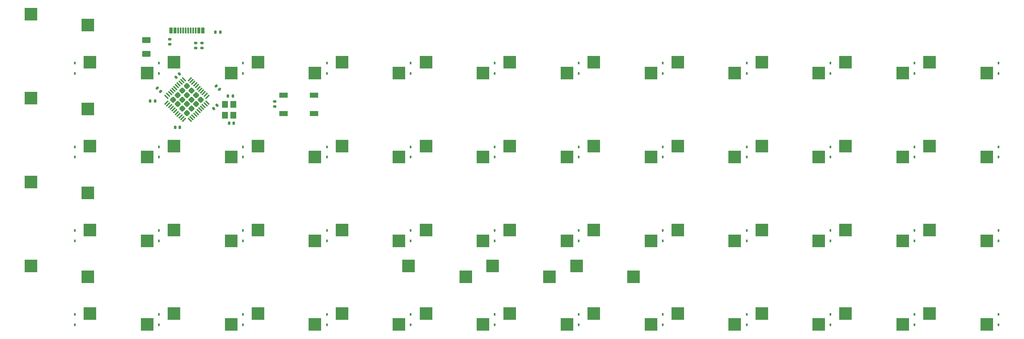
<source format=gbp>
G04 #@! TF.GenerationSoftware,KiCad,Pcbnew,(6.0.4-0)*
G04 #@! TF.CreationDate,2023-09-21T22:36:30-05:00*
G04 #@! TF.ProjectId,dogema48_cfx,646f6765-6d61-4343-985f-6366782e6b69,rev?*
G04 #@! TF.SameCoordinates,Original*
G04 #@! TF.FileFunction,Paste,Bot*
G04 #@! TF.FilePolarity,Positive*
%FSLAX45Y45*%
G04 Gerber Fmt 4.5, Leading zero omitted, Abs format (unit mm)*
G04 Created by KiCad (PCBNEW (6.0.4-0)) date 2023-09-21 22:36:30*
%MOMM*%
%LPD*%
G01*
G04 APERTURE LIST*
G04 Aperture macros list*
%AMRoundRect*
0 Rectangle with rounded corners*
0 $1 Rounding radius*
0 $2 $3 $4 $5 $6 $7 $8 $9 X,Y pos of 4 corners*
0 Add a 4 corners polygon primitive as box body*
4,1,4,$2,$3,$4,$5,$6,$7,$8,$9,$2,$3,0*
0 Add four circle primitives for the rounded corners*
1,1,$1+$1,$2,$3*
1,1,$1+$1,$4,$5*
1,1,$1+$1,$6,$7*
1,1,$1+$1,$8,$9*
0 Add four rect primitives between the rounded corners*
20,1,$1+$1,$2,$3,$4,$5,0*
20,1,$1+$1,$4,$5,$6,$7,0*
20,1,$1+$1,$6,$7,$8,$9,0*
20,1,$1+$1,$8,$9,$2,$3,0*%
G04 Aperture macros list end*
%ADD10R,2.600000X2.600000*%
%ADD11R,0.450000X0.600000*%
%ADD12RoundRect,0.140000X0.219203X0.021213X0.021213X0.219203X-0.219203X-0.021213X-0.021213X-0.219203X0*%
%ADD13RoundRect,0.135000X-0.185000X0.135000X-0.185000X-0.135000X0.185000X-0.135000X0.185000X0.135000X0*%
%ADD14RoundRect,0.140000X0.021213X-0.219203X0.219203X-0.021213X-0.021213X0.219203X-0.219203X0.021213X0*%
%ADD15RoundRect,0.250000X0.000000X0.388909X-0.388909X0.000000X0.000000X-0.388909X0.388909X0.000000X0*%
%ADD16RoundRect,0.062500X0.291682X0.380070X-0.380070X-0.291682X-0.291682X-0.380070X0.380070X0.291682X0*%
%ADD17RoundRect,0.062500X-0.291682X0.380070X-0.380070X0.291682X0.291682X-0.380070X0.380070X-0.291682X0*%
%ADD18RoundRect,0.140000X-0.140000X-0.170000X0.140000X-0.170000X0.140000X0.170000X-0.140000X0.170000X0*%
%ADD19R,1.200000X1.400000*%
%ADD20RoundRect,0.140000X-0.021213X0.219203X-0.219203X0.021213X0.021213X-0.219203X0.219203X-0.021213X0*%
%ADD21RoundRect,0.135000X0.135000X0.185000X-0.135000X0.185000X-0.135000X-0.185000X0.135000X-0.185000X0*%
%ADD22R,1.800000X1.100000*%
%ADD23RoundRect,0.135000X-0.135000X-0.185000X0.135000X-0.185000X0.135000X0.185000X-0.135000X0.185000X0*%
%ADD24RoundRect,0.140000X0.140000X0.170000X-0.140000X0.170000X-0.140000X-0.170000X0.140000X-0.170000X0*%
%ADD25R,0.300000X1.150000*%
%ADD26RoundRect,0.250000X-0.625000X0.375000X-0.625000X-0.375000X0.625000X-0.375000X0.625000X0.375000X0*%
%ADD27RoundRect,0.140000X-0.219203X-0.021213X-0.021213X-0.219203X0.219203X0.021213X0.021213X0.219203X0*%
G04 APERTURE END LIST*
D10*
G04 #@! TO.C,SW25*
X15414993Y-6332497D03*
X14259993Y-6112497D03*
G04 #@! TD*
G04 #@! TO.C,SW17*
X18814991Y-4632498D03*
X17659991Y-4412498D03*
G04 #@! TD*
G04 #@! TO.C,SW23*
X12014994Y-6332497D03*
X10859995Y-6112497D03*
G04 #@! TD*
G04 #@! TO.C,SW26*
X17114992Y-6332497D03*
X15959992Y-6112497D03*
G04 #@! TD*
G04 #@! TO.C,SW13*
X12014994Y-4632498D03*
X10859995Y-4412498D03*
G04 #@! TD*
G04 #@! TO.C,SW20*
X23914989Y-4632498D03*
X22759989Y-4412498D03*
G04 #@! TD*
G04 #@! TO.C,SW16*
X17114992Y-4632498D03*
X15959992Y-4412498D03*
G04 #@! TD*
G04 #@! TO.C,SW4*
X13714994Y-2932499D03*
X12559994Y-2712499D03*
G04 #@! TD*
G04 #@! TO.C,SW1*
X7959996Y-1742499D03*
X9114996Y-1962499D03*
G04 #@! TD*
G04 #@! TO.C,SW29*
X22214990Y-6332497D03*
X21059990Y-6112497D03*
G04 #@! TD*
G04 #@! TO.C,SW15*
X15414993Y-4632498D03*
X14259993Y-4412498D03*
G04 #@! TD*
G04 #@! TO.C,SW34*
X13714994Y-8032496D03*
X12559994Y-7812496D03*
G04 #@! TD*
G04 #@! TO.C,SW6*
X17114992Y-2932499D03*
X15959992Y-2712499D03*
G04 #@! TD*
G04 #@! TO.C,SW10*
X23914989Y-2932499D03*
X22759989Y-2712499D03*
G04 #@! TD*
G04 #@! TO.C,SW46*
X27314987Y-6332497D03*
X26159987Y-6112497D03*
G04 #@! TD*
G04 #@! TO.C,SW47*
X17309992Y-6842496D03*
X18464992Y-7062496D03*
G04 #@! TD*
G04 #@! TO.C,SW33*
X12014994Y-8032496D03*
X10859995Y-7812496D03*
G04 #@! TD*
G04 #@! TO.C,SW27*
X18814991Y-6332497D03*
X17659991Y-6112497D03*
G04 #@! TD*
G04 #@! TO.C,SW51*
X19009991Y-6842496D03*
X20164991Y-7062496D03*
G04 #@! TD*
G04 #@! TO.C,SW30*
X23914989Y-6332497D03*
X22759989Y-6112497D03*
G04 #@! TD*
G04 #@! TO.C,SW44*
X27314987Y-4632498D03*
X26159987Y-4412498D03*
G04 #@! TD*
G04 #@! TO.C,SW7*
X18814991Y-2932499D03*
X17659991Y-2712499D03*
G04 #@! TD*
G04 #@! TO.C,SW19*
X22214990Y-4632498D03*
X21059990Y-4412498D03*
G04 #@! TD*
G04 #@! TO.C,SW50*
X15609992Y-6842496D03*
X16764992Y-7062496D03*
G04 #@! TD*
G04 #@! TO.C,SW40*
X23914989Y-8032496D03*
X22759989Y-7812496D03*
G04 #@! TD*
G04 #@! TO.C,SW24*
X13714994Y-6332497D03*
X12559994Y-6112497D03*
G04 #@! TD*
G04 #@! TO.C,SW49*
X27314987Y-8032496D03*
X26159987Y-7812496D03*
G04 #@! TD*
G04 #@! TO.C,SW32*
X10314995Y-8032496D03*
X9159995Y-7812496D03*
G04 #@! TD*
G04 #@! TO.C,SW5*
X15414993Y-2932499D03*
X14259993Y-2712499D03*
G04 #@! TD*
G04 #@! TO.C,SW48*
X25614988Y-8032496D03*
X24459988Y-7812496D03*
G04 #@! TD*
G04 #@! TO.C,SW31*
X7959996Y-6842496D03*
X9114996Y-7062496D03*
G04 #@! TD*
G04 #@! TO.C,SW38*
X20514991Y-8032496D03*
X19359991Y-7812496D03*
G04 #@! TD*
G04 #@! TO.C,SW35*
X15414993Y-8032496D03*
X14259993Y-7812496D03*
G04 #@! TD*
G04 #@! TO.C,SW45*
X25614988Y-6332497D03*
X24459988Y-6112497D03*
G04 #@! TD*
G04 #@! TO.C,SW18*
X20514991Y-4632498D03*
X19359991Y-4412498D03*
G04 #@! TD*
G04 #@! TO.C,SW41*
X25614988Y-2932499D03*
X24459988Y-2712499D03*
G04 #@! TD*
G04 #@! TO.C,SW3*
X12014994Y-2932499D03*
X10859995Y-2712499D03*
G04 #@! TD*
G04 #@! TO.C,SW9*
X22214990Y-2932499D03*
X21059990Y-2712499D03*
G04 #@! TD*
G04 #@! TO.C,SW14*
X13714994Y-4632498D03*
X12559994Y-4412498D03*
G04 #@! TD*
G04 #@! TO.C,SW21*
X7959996Y-5142497D03*
X9114996Y-5362497D03*
G04 #@! TD*
G04 #@! TO.C,SW2*
X10314995Y-2932499D03*
X9159995Y-2712499D03*
G04 #@! TD*
G04 #@! TO.C,SW12*
X10314995Y-4632498D03*
X9159995Y-4412498D03*
G04 #@! TD*
G04 #@! TO.C,SW36*
X17114992Y-8032496D03*
X15959992Y-7812496D03*
G04 #@! TD*
G04 #@! TO.C,SW22*
X10314995Y-6332497D03*
X9159995Y-6112497D03*
G04 #@! TD*
G04 #@! TO.C,SW43*
X25614988Y-4632498D03*
X24459988Y-4412498D03*
G04 #@! TD*
G04 #@! TO.C,SW28*
X20514991Y-6332497D03*
X19359991Y-6112497D03*
G04 #@! TD*
G04 #@! TO.C,SW37*
X18814991Y-8032496D03*
X17659991Y-7812496D03*
G04 #@! TD*
G04 #@! TO.C,SW11*
X7959996Y-3442498D03*
X9114996Y-3662498D03*
G04 #@! TD*
G04 #@! TO.C,SW39*
X22214990Y-8032496D03*
X21059990Y-7812496D03*
G04 #@! TD*
G04 #@! TO.C,SW42*
X27314987Y-2932499D03*
X26159987Y-2712499D03*
G04 #@! TD*
G04 #@! TO.C,SW8*
X20514991Y-2932499D03*
X19359991Y-2712499D03*
G04 #@! TD*
D11*
G04 #@! TO.C,D35*
X15654159Y-7828330D03*
X15654159Y-8038330D03*
G04 #@! TD*
G04 #@! TO.C,D31*
X8854163Y-7828330D03*
X8854163Y-8038330D03*
G04 #@! TD*
G04 #@! TO.C,D30*
X24154155Y-6128330D03*
X24154155Y-6338330D03*
G04 #@! TD*
G04 #@! TO.C,D34*
X13954160Y-7828330D03*
X13954160Y-8038330D03*
G04 #@! TD*
D12*
G04 #@! TO.C,C5*
X10583941Y-3308941D03*
X10516059Y-3241059D03*
G04 #@! TD*
D13*
G04 #@! TO.C,R4*
X11425000Y-2324000D03*
X11425000Y-2426000D03*
G04 #@! TD*
D11*
G04 #@! TO.C,D11*
X8854163Y-4428331D03*
X8854163Y-4638331D03*
G04 #@! TD*
G04 #@! TO.C,D8*
X20754157Y-2728332D03*
X20754157Y-2938332D03*
G04 #@! TD*
G04 #@! TO.C,D46*
X27554154Y-6128330D03*
X27554154Y-6338330D03*
G04 #@! TD*
G04 #@! TO.C,D22*
X10554162Y-6128330D03*
X10554162Y-6338330D03*
G04 #@! TD*
G04 #@! TO.C,D24*
X13954160Y-6128330D03*
X13954160Y-6338330D03*
G04 #@! TD*
D14*
G04 #@! TO.C,C4*
X11666059Y-3653941D03*
X11733941Y-3586059D03*
G04 #@! TD*
D15*
G04 #@! TO.C,U1*
X10845057Y-3470832D03*
X11120828Y-3562756D03*
X11120828Y-3195060D03*
X11120828Y-3746603D03*
X10936980Y-3562756D03*
X11212752Y-3286984D03*
X11028904Y-3286984D03*
X11028904Y-3654679D03*
X11120828Y-3378908D03*
X11304676Y-3378908D03*
X11396600Y-3470832D03*
X11028904Y-3470832D03*
X11212752Y-3470832D03*
X11304676Y-3562756D03*
X11212752Y-3654679D03*
X10936980Y-3378908D03*
D16*
X11180048Y-3058058D03*
X11215404Y-3093413D03*
X11250759Y-3128769D03*
X11286114Y-3164124D03*
X11321470Y-3199479D03*
X11356825Y-3234835D03*
X11392180Y-3270190D03*
X11427536Y-3305545D03*
X11462891Y-3340901D03*
X11498246Y-3376256D03*
X11533602Y-3411611D03*
D17*
X11533602Y-3530052D03*
X11498246Y-3565407D03*
X11462891Y-3600763D03*
X11427536Y-3636118D03*
X11392180Y-3671473D03*
X11356825Y-3706829D03*
X11321470Y-3742184D03*
X11286114Y-3777539D03*
X11250759Y-3812895D03*
X11215404Y-3848250D03*
X11180048Y-3883605D03*
D16*
X11061608Y-3883605D03*
X11026253Y-3848250D03*
X10990897Y-3812895D03*
X10955542Y-3777539D03*
X10920187Y-3742184D03*
X10884831Y-3706829D03*
X10849476Y-3671473D03*
X10814121Y-3636118D03*
X10778765Y-3600763D03*
X10743410Y-3565407D03*
X10708055Y-3530052D03*
D17*
X10708055Y-3411611D03*
X10743410Y-3376256D03*
X10778765Y-3340901D03*
X10814121Y-3305545D03*
X10849476Y-3270190D03*
X10884831Y-3234835D03*
X10920187Y-3199479D03*
X10955542Y-3164124D03*
X10990897Y-3128769D03*
X11026253Y-3093413D03*
X11061608Y-3058058D03*
G04 #@! TD*
D11*
G04 #@! TO.C,D27*
X19054158Y-6128330D03*
X19054158Y-6338330D03*
G04 #@! TD*
G04 #@! TO.C,D48*
X27554154Y-7828330D03*
X27554154Y-8038330D03*
G04 #@! TD*
G04 #@! TO.C,D4*
X13954160Y-2728332D03*
X13954160Y-2938332D03*
G04 #@! TD*
G04 #@! TO.C,D47*
X25854154Y-7828330D03*
X25854154Y-8038330D03*
G04 #@! TD*
G04 #@! TO.C,D40*
X24154155Y-7828330D03*
X24154155Y-8038330D03*
G04 #@! TD*
G04 #@! TO.C,D29*
X22454156Y-6128330D03*
X22454156Y-6338330D03*
G04 #@! TD*
G04 #@! TO.C,D28*
X20754157Y-6128330D03*
X20754157Y-6338330D03*
G04 #@! TD*
G04 #@! TO.C,D33*
X12254161Y-7828330D03*
X12254161Y-8038330D03*
G04 #@! TD*
G04 #@! TO.C,D15*
X15654159Y-4428331D03*
X15654159Y-4638331D03*
G04 #@! TD*
G04 #@! TO.C,D9*
X22454156Y-2728332D03*
X22454156Y-2938332D03*
G04 #@! TD*
G04 #@! TO.C,D21*
X8854163Y-6128330D03*
X8854163Y-6338330D03*
G04 #@! TD*
D18*
G04 #@! TO.C,C2*
X11952000Y-3400000D03*
X12048000Y-3400000D03*
G04 #@! TD*
D19*
G04 #@! TO.C,Y1*
X11890000Y-3785000D03*
X11890000Y-3565000D03*
X12060000Y-3565000D03*
X12060000Y-3785000D03*
G04 #@! TD*
D11*
G04 #@! TO.C,D42*
X27554154Y-2728332D03*
X27554154Y-2938332D03*
G04 #@! TD*
G04 #@! TO.C,D32*
X10554162Y-7828330D03*
X10554162Y-8038330D03*
G04 #@! TD*
D13*
G04 #@! TO.C,R5*
X11300000Y-2324000D03*
X11300000Y-2426000D03*
G04 #@! TD*
D11*
G04 #@! TO.C,D19*
X22454156Y-4428331D03*
X22454156Y-4638331D03*
G04 #@! TD*
G04 #@! TO.C,D41*
X25854154Y-2728332D03*
X25854154Y-2938332D03*
G04 #@! TD*
G04 #@! TO.C,D10*
X24154155Y-2728332D03*
X24154155Y-2938332D03*
G04 #@! TD*
G04 #@! TO.C,D14*
X13954160Y-4428331D03*
X13954160Y-4638331D03*
G04 #@! TD*
G04 #@! TO.C,D6*
X17354159Y-2728332D03*
X17354159Y-2938332D03*
G04 #@! TD*
D20*
G04 #@! TO.C,C7*
X10968941Y-2953559D03*
X10901059Y-3021441D03*
G04 #@! TD*
D11*
G04 #@! TO.C,D43*
X25854154Y-4428331D03*
X25854154Y-4638331D03*
G04 #@! TD*
G04 #@! TO.C,D18*
X20754157Y-4428331D03*
X20754157Y-4638331D03*
G04 #@! TD*
D21*
G04 #@! TO.C,R6*
X10476000Y-3500000D03*
X10374000Y-3500000D03*
G04 #@! TD*
D11*
G04 #@! TO.C,D16*
X17354159Y-4428331D03*
X17354159Y-4638331D03*
G04 #@! TD*
G04 #@! TO.C,D45*
X25854154Y-6128330D03*
X25854154Y-6338330D03*
G04 #@! TD*
G04 #@! TO.C,D13*
X12254161Y-4428331D03*
X12254161Y-4638331D03*
G04 #@! TD*
G04 #@! TO.C,D25*
X15654159Y-6128330D03*
X15654159Y-6338330D03*
G04 #@! TD*
D22*
G04 #@! TO.C,B1*
X13694000Y-3382000D03*
X13074000Y-3382000D03*
X13694000Y-3752000D03*
X13074000Y-3752000D03*
G04 #@! TD*
D11*
G04 #@! TO.C,D26*
X17354159Y-6128330D03*
X17354159Y-6338330D03*
G04 #@! TD*
G04 #@! TO.C,D1*
X8854163Y-2728332D03*
X8854163Y-2938332D03*
G04 #@! TD*
G04 #@! TO.C,D3*
X12254161Y-2728332D03*
X12254161Y-2938332D03*
G04 #@! TD*
G04 #@! TO.C,D44*
X27554154Y-4428331D03*
X27554154Y-4638331D03*
G04 #@! TD*
D18*
G04 #@! TO.C,C6*
X10883162Y-4037498D03*
X10979162Y-4037498D03*
G04 #@! TD*
D11*
G04 #@! TO.C,D7*
X19054158Y-2728332D03*
X19054158Y-2938332D03*
G04 #@! TD*
D23*
G04 #@! TO.C,R3*
X11699000Y-2100000D03*
X11801000Y-2100000D03*
G04 #@! TD*
D11*
G04 #@! TO.C,D23*
X12254161Y-6128330D03*
X12254161Y-6338330D03*
G04 #@! TD*
D24*
G04 #@! TO.C,C1*
X12073000Y-3950000D03*
X11977000Y-3950000D03*
G04 #@! TD*
D11*
G04 #@! TO.C,D17*
X19054158Y-4428331D03*
X19054158Y-4638331D03*
G04 #@! TD*
D25*
G04 #@! TO.C,J1*
X10785828Y-2066999D03*
X10865828Y-2066999D03*
X10995828Y-2066999D03*
X11095828Y-2066999D03*
X11145828Y-2066999D03*
X11245828Y-2066999D03*
X11375828Y-2066999D03*
X11455828Y-2066999D03*
X11425828Y-2066999D03*
X11345828Y-2066999D03*
X11295828Y-2066999D03*
X11195828Y-2066999D03*
X11045828Y-2066999D03*
X10945828Y-2066999D03*
X10895828Y-2066999D03*
X10815828Y-2066999D03*
G04 #@! TD*
D11*
G04 #@! TO.C,D12*
X10554162Y-4428331D03*
X10554162Y-4638331D03*
G04 #@! TD*
G04 #@! TO.C,D5*
X15654159Y-2728332D03*
X15654159Y-2938332D03*
G04 #@! TD*
G04 #@! TO.C,D37*
X19054158Y-7828330D03*
X19054158Y-8038330D03*
G04 #@! TD*
G04 #@! TO.C,D36*
X17354159Y-7828330D03*
X17354159Y-8038330D03*
G04 #@! TD*
D26*
G04 #@! TO.C,F1*
X10300000Y-2260000D03*
X10300000Y-2540000D03*
G04 #@! TD*
D27*
G04 #@! TO.C,C3*
X11714059Y-3198059D03*
X11781941Y-3265941D03*
G04 #@! TD*
D13*
G04 #@! TO.C,R2*
X10775000Y-2248000D03*
X10775000Y-2350000D03*
G04 #@! TD*
D11*
G04 #@! TO.C,D39*
X22454156Y-7828330D03*
X22454156Y-8038330D03*
G04 #@! TD*
D13*
G04 #@! TO.C,R1*
X12895000Y-3510000D03*
X12895000Y-3612000D03*
G04 #@! TD*
D11*
G04 #@! TO.C,D20*
X24154155Y-4428331D03*
X24154155Y-4638331D03*
G04 #@! TD*
G04 #@! TO.C,D38*
X20754157Y-7828330D03*
X20754157Y-8038330D03*
G04 #@! TD*
G04 #@! TO.C,D2*
X10554162Y-2728332D03*
X10554162Y-2938332D03*
G04 #@! TD*
M02*

</source>
